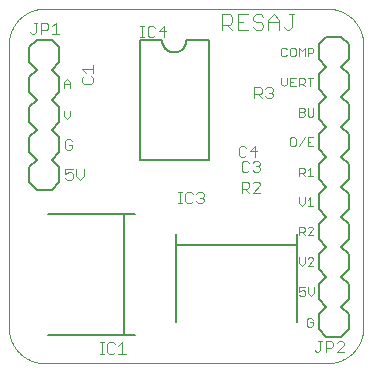
<source format=gto>
G75*
%MOIN*%
%OFA0B0*%
%FSLAX25Y25*%
%IPPOS*%
%LPD*%
%AMOC8*
5,1,8,0,0,1.08239X$1,22.5*
%
%ADD10C,0.00000*%
%ADD11C,0.00400*%
%ADD12C,0.00300*%
%ADD13C,0.00800*%
%ADD14C,0.00600*%
D10*
X0001500Y0013311D02*
X0001500Y0107799D01*
X0001503Y0108084D01*
X0001514Y0108370D01*
X0001531Y0108655D01*
X0001555Y0108939D01*
X0001586Y0109223D01*
X0001624Y0109506D01*
X0001669Y0109787D01*
X0001720Y0110068D01*
X0001778Y0110348D01*
X0001843Y0110626D01*
X0001915Y0110902D01*
X0001993Y0111176D01*
X0002078Y0111449D01*
X0002170Y0111719D01*
X0002268Y0111987D01*
X0002372Y0112253D01*
X0002483Y0112516D01*
X0002600Y0112776D01*
X0002723Y0113034D01*
X0002853Y0113288D01*
X0002989Y0113539D01*
X0003130Y0113787D01*
X0003278Y0114031D01*
X0003431Y0114272D01*
X0003591Y0114508D01*
X0003756Y0114741D01*
X0003926Y0114970D01*
X0004102Y0115195D01*
X0004284Y0115415D01*
X0004470Y0115631D01*
X0004662Y0115842D01*
X0004859Y0116049D01*
X0005061Y0116251D01*
X0005268Y0116448D01*
X0005479Y0116640D01*
X0005695Y0116826D01*
X0005915Y0117008D01*
X0006140Y0117184D01*
X0006369Y0117354D01*
X0006602Y0117519D01*
X0006838Y0117679D01*
X0007079Y0117832D01*
X0007323Y0117980D01*
X0007571Y0118121D01*
X0007822Y0118257D01*
X0008076Y0118387D01*
X0008334Y0118510D01*
X0008594Y0118627D01*
X0008857Y0118738D01*
X0009123Y0118842D01*
X0009391Y0118940D01*
X0009661Y0119032D01*
X0009934Y0119117D01*
X0010208Y0119195D01*
X0010484Y0119267D01*
X0010762Y0119332D01*
X0011042Y0119390D01*
X0011323Y0119441D01*
X0011604Y0119486D01*
X0011887Y0119524D01*
X0012171Y0119555D01*
X0012455Y0119579D01*
X0012740Y0119596D01*
X0013026Y0119607D01*
X0013311Y0119610D01*
X0107799Y0119610D01*
X0108084Y0119607D01*
X0108370Y0119596D01*
X0108655Y0119579D01*
X0108939Y0119555D01*
X0109223Y0119524D01*
X0109506Y0119486D01*
X0109787Y0119441D01*
X0110068Y0119390D01*
X0110348Y0119332D01*
X0110626Y0119267D01*
X0110902Y0119195D01*
X0111176Y0119117D01*
X0111449Y0119032D01*
X0111719Y0118940D01*
X0111987Y0118842D01*
X0112253Y0118738D01*
X0112516Y0118627D01*
X0112776Y0118510D01*
X0113034Y0118387D01*
X0113288Y0118257D01*
X0113539Y0118121D01*
X0113787Y0117980D01*
X0114031Y0117832D01*
X0114272Y0117679D01*
X0114508Y0117519D01*
X0114741Y0117354D01*
X0114970Y0117184D01*
X0115195Y0117008D01*
X0115415Y0116826D01*
X0115631Y0116640D01*
X0115842Y0116448D01*
X0116049Y0116251D01*
X0116251Y0116049D01*
X0116448Y0115842D01*
X0116640Y0115631D01*
X0116826Y0115415D01*
X0117008Y0115195D01*
X0117184Y0114970D01*
X0117354Y0114741D01*
X0117519Y0114508D01*
X0117679Y0114272D01*
X0117832Y0114031D01*
X0117980Y0113787D01*
X0118121Y0113539D01*
X0118257Y0113288D01*
X0118387Y0113034D01*
X0118510Y0112776D01*
X0118627Y0112516D01*
X0118738Y0112253D01*
X0118842Y0111987D01*
X0118940Y0111719D01*
X0119032Y0111449D01*
X0119117Y0111176D01*
X0119195Y0110902D01*
X0119267Y0110626D01*
X0119332Y0110348D01*
X0119390Y0110068D01*
X0119441Y0109787D01*
X0119486Y0109506D01*
X0119524Y0109223D01*
X0119555Y0108939D01*
X0119579Y0108655D01*
X0119596Y0108370D01*
X0119607Y0108084D01*
X0119610Y0107799D01*
X0119610Y0013311D01*
X0119607Y0013026D01*
X0119596Y0012740D01*
X0119579Y0012455D01*
X0119555Y0012171D01*
X0119524Y0011887D01*
X0119486Y0011604D01*
X0119441Y0011323D01*
X0119390Y0011042D01*
X0119332Y0010762D01*
X0119267Y0010484D01*
X0119195Y0010208D01*
X0119117Y0009934D01*
X0119032Y0009661D01*
X0118940Y0009391D01*
X0118842Y0009123D01*
X0118738Y0008857D01*
X0118627Y0008594D01*
X0118510Y0008334D01*
X0118387Y0008076D01*
X0118257Y0007822D01*
X0118121Y0007571D01*
X0117980Y0007323D01*
X0117832Y0007079D01*
X0117679Y0006838D01*
X0117519Y0006602D01*
X0117354Y0006369D01*
X0117184Y0006140D01*
X0117008Y0005915D01*
X0116826Y0005695D01*
X0116640Y0005479D01*
X0116448Y0005268D01*
X0116251Y0005061D01*
X0116049Y0004859D01*
X0115842Y0004662D01*
X0115631Y0004470D01*
X0115415Y0004284D01*
X0115195Y0004102D01*
X0114970Y0003926D01*
X0114741Y0003756D01*
X0114508Y0003591D01*
X0114272Y0003431D01*
X0114031Y0003278D01*
X0113787Y0003130D01*
X0113539Y0002989D01*
X0113288Y0002853D01*
X0113034Y0002723D01*
X0112776Y0002600D01*
X0112516Y0002483D01*
X0112253Y0002372D01*
X0111987Y0002268D01*
X0111719Y0002170D01*
X0111449Y0002078D01*
X0111176Y0001993D01*
X0110902Y0001915D01*
X0110626Y0001843D01*
X0110348Y0001778D01*
X0110068Y0001720D01*
X0109787Y0001669D01*
X0109506Y0001624D01*
X0109223Y0001586D01*
X0108939Y0001555D01*
X0108655Y0001531D01*
X0108370Y0001514D01*
X0108084Y0001503D01*
X0107799Y0001500D01*
X0013311Y0001500D01*
X0013026Y0001503D01*
X0012740Y0001514D01*
X0012455Y0001531D01*
X0012171Y0001555D01*
X0011887Y0001586D01*
X0011604Y0001624D01*
X0011323Y0001669D01*
X0011042Y0001720D01*
X0010762Y0001778D01*
X0010484Y0001843D01*
X0010208Y0001915D01*
X0009934Y0001993D01*
X0009661Y0002078D01*
X0009391Y0002170D01*
X0009123Y0002268D01*
X0008857Y0002372D01*
X0008594Y0002483D01*
X0008334Y0002600D01*
X0008076Y0002723D01*
X0007822Y0002853D01*
X0007571Y0002989D01*
X0007323Y0003130D01*
X0007079Y0003278D01*
X0006838Y0003431D01*
X0006602Y0003591D01*
X0006369Y0003756D01*
X0006140Y0003926D01*
X0005915Y0004102D01*
X0005695Y0004284D01*
X0005479Y0004470D01*
X0005268Y0004662D01*
X0005061Y0004859D01*
X0004859Y0005061D01*
X0004662Y0005268D01*
X0004470Y0005479D01*
X0004284Y0005695D01*
X0004102Y0005915D01*
X0003926Y0006140D01*
X0003756Y0006369D01*
X0003591Y0006602D01*
X0003431Y0006838D01*
X0003278Y0007079D01*
X0003130Y0007323D01*
X0002989Y0007571D01*
X0002853Y0007822D01*
X0002723Y0008076D01*
X0002600Y0008334D01*
X0002483Y0008594D01*
X0002372Y0008857D01*
X0002268Y0009123D01*
X0002170Y0009391D01*
X0002078Y0009661D01*
X0001993Y0009934D01*
X0001915Y0010208D01*
X0001843Y0010484D01*
X0001778Y0010762D01*
X0001720Y0011042D01*
X0001669Y0011323D01*
X0001624Y0011604D01*
X0001586Y0011887D01*
X0001555Y0012171D01*
X0001531Y0012455D01*
X0001514Y0012740D01*
X0001503Y0013026D01*
X0001500Y0013311D01*
D11*
X0009190Y0111350D02*
X0009791Y0111350D01*
X0010391Y0111950D01*
X0010391Y0114953D01*
X0009791Y0114953D02*
X0010992Y0114953D01*
X0012273Y0114953D02*
X0014074Y0114953D01*
X0014675Y0114352D01*
X0014675Y0113151D01*
X0014074Y0112551D01*
X0012273Y0112551D01*
X0012273Y0111350D02*
X0012273Y0114953D01*
X0015956Y0113752D02*
X0017157Y0114953D01*
X0017157Y0111350D01*
X0015956Y0111350D02*
X0018358Y0111350D01*
X0009190Y0111350D02*
X0008590Y0111950D01*
X0045318Y0110298D02*
X0046519Y0110298D01*
X0045919Y0110298D02*
X0045919Y0113902D01*
X0046519Y0113902D02*
X0045318Y0113902D01*
X0047774Y0113301D02*
X0047774Y0110899D01*
X0048374Y0110298D01*
X0049575Y0110298D01*
X0050176Y0110899D01*
X0051457Y0112100D02*
X0053859Y0112100D01*
X0053258Y0110298D02*
X0053258Y0113902D01*
X0051457Y0112100D01*
X0050176Y0113301D02*
X0049575Y0113902D01*
X0048374Y0113902D01*
X0047774Y0113301D01*
X0072566Y0112527D02*
X0072566Y0117731D01*
X0075168Y0117731D01*
X0076036Y0116864D01*
X0076036Y0115129D01*
X0075168Y0114262D01*
X0072566Y0114262D01*
X0074301Y0114262D02*
X0076036Y0112527D01*
X0077723Y0112527D02*
X0081192Y0112527D01*
X0082879Y0113394D02*
X0083746Y0112527D01*
X0085481Y0112527D01*
X0086349Y0113394D01*
X0086349Y0114262D01*
X0085481Y0115129D01*
X0083746Y0115129D01*
X0082879Y0115996D01*
X0082879Y0116864D01*
X0083746Y0117731D01*
X0085481Y0117731D01*
X0086349Y0116864D01*
X0088035Y0115996D02*
X0089770Y0117731D01*
X0091505Y0115996D01*
X0091505Y0112527D01*
X0093192Y0113394D02*
X0094059Y0112527D01*
X0094927Y0112527D01*
X0095794Y0113394D01*
X0095794Y0117731D01*
X0094927Y0117731D02*
X0096661Y0117731D01*
X0091505Y0115129D02*
X0088035Y0115129D01*
X0088035Y0115996D02*
X0088035Y0112527D01*
X0081192Y0117731D02*
X0077723Y0117731D01*
X0077723Y0112527D01*
X0077723Y0115129D02*
X0079457Y0115129D01*
X0104632Y0008867D02*
X0105833Y0008867D01*
X0105232Y0008867D02*
X0105232Y0005864D01*
X0104632Y0005264D01*
X0104031Y0005264D01*
X0103431Y0005864D01*
X0107114Y0005264D02*
X0107114Y0008867D01*
X0108916Y0008867D01*
X0109516Y0008266D01*
X0109516Y0007065D01*
X0108916Y0006465D01*
X0107114Y0006465D01*
X0110797Y0005264D02*
X0113199Y0007666D01*
X0113199Y0008266D01*
X0112599Y0008867D01*
X0111398Y0008867D01*
X0110797Y0008266D01*
X0110797Y0005264D02*
X0113199Y0005264D01*
D12*
X0102804Y0014091D02*
X0102804Y0015059D01*
X0101836Y0015059D01*
X0100869Y0016026D02*
X0100869Y0014091D01*
X0101353Y0013607D01*
X0102320Y0013607D01*
X0102804Y0014091D01*
X0102804Y0016026D02*
X0102320Y0016510D01*
X0101353Y0016510D01*
X0100869Y0016026D01*
X0099767Y0023844D02*
X0098800Y0023844D01*
X0098316Y0024327D01*
X0098316Y0025295D02*
X0099284Y0025779D01*
X0099767Y0025779D01*
X0100251Y0025295D01*
X0100251Y0024327D01*
X0099767Y0023844D01*
X0101263Y0024811D02*
X0102230Y0023844D01*
X0103198Y0024811D01*
X0103198Y0026746D01*
X0101263Y0026746D02*
X0101263Y0024811D01*
X0100251Y0026746D02*
X0098316Y0026746D01*
X0098316Y0025295D01*
X0099087Y0033883D02*
X0100054Y0034851D01*
X0100054Y0036786D01*
X0101066Y0036302D02*
X0101549Y0036786D01*
X0102517Y0036786D01*
X0103001Y0036302D01*
X0103001Y0035818D01*
X0101066Y0033883D01*
X0103001Y0033883D01*
X0099087Y0033883D02*
X0098119Y0034851D01*
X0098119Y0036786D01*
X0098119Y0044119D02*
X0098119Y0047022D01*
X0099570Y0047022D01*
X0100054Y0046538D01*
X0100054Y0045571D01*
X0099570Y0045087D01*
X0098119Y0045087D01*
X0099087Y0045087D02*
X0100054Y0044119D01*
X0101066Y0044119D02*
X0103001Y0046054D01*
X0103001Y0046538D01*
X0102517Y0047022D01*
X0101549Y0047022D01*
X0101066Y0046538D01*
X0101066Y0044119D02*
X0103001Y0044119D01*
X0103001Y0053962D02*
X0101066Y0053962D01*
X0102033Y0053962D02*
X0102033Y0056864D01*
X0101066Y0055897D01*
X0100054Y0056864D02*
X0100054Y0054929D01*
X0099087Y0053962D01*
X0098119Y0054929D01*
X0098119Y0056864D01*
X0098119Y0063804D02*
X0098119Y0066707D01*
X0099570Y0066707D01*
X0100054Y0066223D01*
X0100054Y0065256D01*
X0099570Y0064772D01*
X0098119Y0064772D01*
X0099087Y0064772D02*
X0100054Y0063804D01*
X0101066Y0063804D02*
X0103001Y0063804D01*
X0102033Y0063804D02*
X0102033Y0066707D01*
X0101066Y0065739D01*
X0101066Y0073844D02*
X0103001Y0073844D01*
X0102033Y0075295D02*
X0101066Y0075295D01*
X0101066Y0076746D02*
X0101066Y0073844D01*
X0098119Y0073844D02*
X0100054Y0076746D01*
X0101066Y0076746D02*
X0103001Y0076746D01*
X0097108Y0076262D02*
X0097108Y0074327D01*
X0096624Y0073844D01*
X0095656Y0073844D01*
X0095173Y0074327D01*
X0095173Y0076262D01*
X0095656Y0076746D01*
X0096624Y0076746D01*
X0097108Y0076262D01*
X0098119Y0083686D02*
X0099570Y0083686D01*
X0100054Y0084170D01*
X0100054Y0084654D01*
X0099570Y0085137D01*
X0098119Y0085137D01*
X0098119Y0083686D02*
X0098119Y0086589D01*
X0099570Y0086589D01*
X0100054Y0086105D01*
X0100054Y0085621D01*
X0099570Y0085137D01*
X0101066Y0084170D02*
X0101549Y0083686D01*
X0102517Y0083686D01*
X0103001Y0084170D01*
X0103001Y0086589D01*
X0101066Y0086589D02*
X0101066Y0084170D01*
X0102033Y0093726D02*
X0102033Y0096628D01*
X0101066Y0096628D02*
X0103001Y0096628D01*
X0100054Y0096144D02*
X0100054Y0095177D01*
X0099570Y0094693D01*
X0098119Y0094693D01*
X0098119Y0093726D02*
X0098119Y0096628D01*
X0099570Y0096628D01*
X0100054Y0096144D01*
X0099087Y0094693D02*
X0100054Y0093726D01*
X0097108Y0093726D02*
X0095173Y0093726D01*
X0095173Y0096628D01*
X0097108Y0096628D01*
X0096140Y0095177D02*
X0095173Y0095177D01*
X0094161Y0094693D02*
X0094161Y0096628D01*
X0092226Y0096628D02*
X0092226Y0094693D01*
X0093194Y0093726D01*
X0094161Y0094693D01*
X0089436Y0092945D02*
X0089436Y0092327D01*
X0088819Y0091710D01*
X0089436Y0091093D01*
X0089436Y0090476D01*
X0088819Y0089859D01*
X0087584Y0089859D01*
X0086967Y0090476D01*
X0085753Y0089859D02*
X0084518Y0091093D01*
X0085135Y0091093D02*
X0083284Y0091093D01*
X0083284Y0089859D02*
X0083284Y0093562D01*
X0085135Y0093562D01*
X0085753Y0092945D01*
X0085753Y0091710D01*
X0085135Y0091093D01*
X0086967Y0092945D02*
X0087584Y0093562D01*
X0088819Y0093562D01*
X0089436Y0092945D01*
X0088819Y0091710D02*
X0088201Y0091710D01*
X0092710Y0103765D02*
X0093677Y0103765D01*
X0094161Y0104249D01*
X0095173Y0104249D02*
X0095656Y0103765D01*
X0096624Y0103765D01*
X0097108Y0104249D01*
X0097108Y0106184D01*
X0096624Y0106667D01*
X0095656Y0106667D01*
X0095173Y0106184D01*
X0095173Y0104249D01*
X0094161Y0106184D02*
X0093677Y0106667D01*
X0092710Y0106667D01*
X0092226Y0106184D01*
X0092226Y0104249D01*
X0092710Y0103765D01*
X0098119Y0103765D02*
X0098119Y0106667D01*
X0099087Y0105700D01*
X0100054Y0106667D01*
X0100054Y0103765D01*
X0101066Y0103765D02*
X0101066Y0106667D01*
X0102517Y0106667D01*
X0103001Y0106184D01*
X0103001Y0105216D01*
X0102517Y0104732D01*
X0101066Y0104732D01*
X0083696Y0073971D02*
X0081845Y0072120D01*
X0084314Y0072120D01*
X0083696Y0073971D02*
X0083696Y0070268D01*
X0083368Y0068932D02*
X0084602Y0068932D01*
X0085219Y0068315D01*
X0085219Y0067698D01*
X0084602Y0067080D01*
X0085219Y0066463D01*
X0085219Y0065846D01*
X0084602Y0065229D01*
X0083368Y0065229D01*
X0082750Y0065846D01*
X0081536Y0065846D02*
X0080919Y0065229D01*
X0079684Y0065229D01*
X0079067Y0065846D01*
X0079067Y0068315D01*
X0079684Y0068932D01*
X0080919Y0068932D01*
X0081536Y0068315D01*
X0082750Y0068315D02*
X0083368Y0068932D01*
X0083985Y0067080D02*
X0084602Y0067080D01*
X0080630Y0070885D02*
X0080013Y0070268D01*
X0078779Y0070268D01*
X0078162Y0070885D01*
X0078162Y0073354D01*
X0078779Y0073971D01*
X0080013Y0073971D01*
X0080630Y0073354D01*
X0080919Y0062042D02*
X0079067Y0062042D01*
X0079067Y0058339D01*
X0079067Y0059573D02*
X0080919Y0059573D01*
X0081536Y0060191D01*
X0081536Y0061425D01*
X0080919Y0062042D01*
X0082750Y0061425D02*
X0083368Y0062042D01*
X0084602Y0062042D01*
X0085219Y0061425D01*
X0085219Y0060808D01*
X0082750Y0058339D01*
X0085219Y0058339D01*
X0081536Y0058339D02*
X0080302Y0059573D01*
X0066458Y0057945D02*
X0066458Y0057327D01*
X0065841Y0056710D01*
X0066458Y0056093D01*
X0066458Y0055476D01*
X0065841Y0054859D01*
X0064607Y0054859D01*
X0063989Y0055476D01*
X0062775Y0055476D02*
X0062158Y0054859D01*
X0060923Y0054859D01*
X0060306Y0055476D01*
X0060306Y0057945D01*
X0060923Y0058562D01*
X0062158Y0058562D01*
X0062775Y0057945D01*
X0063989Y0057945D02*
X0064607Y0058562D01*
X0065841Y0058562D01*
X0066458Y0057945D01*
X0065841Y0056710D02*
X0065224Y0056710D01*
X0059085Y0054859D02*
X0057851Y0054859D01*
X0058468Y0054859D02*
X0058468Y0058562D01*
X0057851Y0058562D02*
X0059085Y0058562D01*
X0026503Y0063908D02*
X0026503Y0066377D01*
X0026503Y0063908D02*
X0025268Y0062674D01*
X0024034Y0063908D01*
X0024034Y0066377D01*
X0022820Y0066377D02*
X0020351Y0066377D01*
X0020351Y0064525D01*
X0021585Y0065142D01*
X0022202Y0065142D01*
X0022820Y0064525D01*
X0022820Y0063291D01*
X0022202Y0062674D01*
X0020968Y0062674D01*
X0020351Y0063291D01*
X0020771Y0072516D02*
X0022006Y0072516D01*
X0022623Y0073133D01*
X0022623Y0074368D01*
X0021388Y0074368D01*
X0020154Y0075602D02*
X0020154Y0073133D01*
X0020771Y0072516D01*
X0020154Y0075602D02*
X0020771Y0076219D01*
X0022006Y0076219D01*
X0022623Y0075602D01*
X0020925Y0082752D02*
X0021892Y0083720D01*
X0021892Y0085655D01*
X0019957Y0085655D02*
X0019957Y0083720D01*
X0020925Y0082752D01*
X0021892Y0093185D02*
X0021892Y0095120D01*
X0020925Y0096088D01*
X0019957Y0095120D01*
X0019957Y0093185D01*
X0019957Y0094637D02*
X0021892Y0094637D01*
X0025855Y0095240D02*
X0026473Y0094622D01*
X0028941Y0094622D01*
X0029559Y0095240D01*
X0029559Y0096474D01*
X0028941Y0097091D01*
X0029559Y0098306D02*
X0029559Y0100774D01*
X0029559Y0099540D02*
X0025855Y0099540D01*
X0027090Y0098306D01*
X0026473Y0097091D02*
X0025855Y0096474D01*
X0025855Y0095240D01*
X0031887Y0008381D02*
X0033122Y0008381D01*
X0032505Y0008381D02*
X0032505Y0004678D01*
X0033122Y0004678D02*
X0031887Y0004678D01*
X0034343Y0005295D02*
X0034960Y0004678D01*
X0036194Y0004678D01*
X0036812Y0005295D01*
X0038026Y0004678D02*
X0040495Y0004678D01*
X0039260Y0004678D02*
X0039260Y0008381D01*
X0038026Y0007146D01*
X0036812Y0007764D02*
X0036194Y0008381D01*
X0034960Y0008381D01*
X0034343Y0007764D01*
X0034343Y0005295D01*
D13*
X0039984Y0010791D02*
X0039984Y0051264D01*
X0043626Y0051264D01*
X0039984Y0051264D02*
X0014492Y0051264D01*
X0015811Y0059295D02*
X0010811Y0059295D01*
X0008311Y0061795D01*
X0008311Y0066795D01*
X0010811Y0069295D01*
X0008311Y0071795D01*
X0008311Y0076795D01*
X0010811Y0079295D01*
X0008311Y0081795D01*
X0008311Y0086795D01*
X0010811Y0089295D01*
X0008311Y0091795D01*
X0008311Y0096795D01*
X0010811Y0099295D01*
X0008311Y0101795D01*
X0008311Y0106795D01*
X0010811Y0109295D01*
X0015811Y0109295D01*
X0018311Y0106795D01*
X0018311Y0101795D01*
X0015811Y0099295D01*
X0018311Y0096795D01*
X0018311Y0091795D01*
X0015811Y0089295D01*
X0018311Y0086795D01*
X0018311Y0081795D01*
X0015811Y0079295D01*
X0018311Y0076795D01*
X0018311Y0071795D01*
X0015811Y0069295D01*
X0018311Y0066795D01*
X0018311Y0061795D01*
X0015811Y0059295D01*
X0057051Y0044413D02*
X0057051Y0040772D01*
X0057051Y0015280D01*
X0043626Y0010791D02*
X0039984Y0010791D01*
X0014492Y0010791D01*
X0057051Y0040772D02*
X0097524Y0040772D01*
X0097524Y0015280D01*
X0104768Y0012780D02*
X0104768Y0017780D01*
X0107268Y0020280D01*
X0104768Y0022780D01*
X0104768Y0027780D01*
X0107268Y0030280D01*
X0104768Y0032780D01*
X0104768Y0037780D01*
X0107268Y0040280D01*
X0104768Y0042780D01*
X0104768Y0047780D01*
X0107268Y0050280D01*
X0104768Y0052780D01*
X0104768Y0057780D01*
X0107268Y0060280D01*
X0104768Y0062780D01*
X0104768Y0067780D01*
X0107268Y0070280D01*
X0104768Y0072780D01*
X0104768Y0077780D01*
X0107268Y0080280D01*
X0104768Y0082780D01*
X0104768Y0087780D01*
X0107268Y0090280D01*
X0104768Y0092780D01*
X0104768Y0097780D01*
X0107268Y0100280D01*
X0104768Y0102780D01*
X0104768Y0107780D01*
X0107268Y0110280D01*
X0112268Y0110280D01*
X0114768Y0107780D01*
X0114768Y0102780D01*
X0112268Y0100280D01*
X0114768Y0097780D01*
X0114768Y0092780D01*
X0112268Y0090280D01*
X0114768Y0087780D01*
X0114768Y0082780D01*
X0112268Y0080280D01*
X0114768Y0077780D01*
X0114768Y0072780D01*
X0112268Y0070280D01*
X0114768Y0067780D01*
X0114768Y0062780D01*
X0112268Y0060280D01*
X0114768Y0057780D01*
X0114768Y0052780D01*
X0112268Y0050280D01*
X0114768Y0047780D01*
X0114768Y0042780D01*
X0112268Y0040280D01*
X0114768Y0037780D01*
X0114768Y0032780D01*
X0112268Y0030280D01*
X0114768Y0027780D01*
X0114768Y0022780D01*
X0112268Y0020280D01*
X0114768Y0017780D01*
X0114768Y0012780D01*
X0112268Y0010280D01*
X0107268Y0010280D01*
X0104768Y0012780D01*
X0097524Y0040772D02*
X0097524Y0044413D01*
D14*
X0068118Y0069098D02*
X0045118Y0069098D01*
X0045118Y0109098D01*
X0052618Y0109098D01*
X0052620Y0108972D01*
X0052626Y0108847D01*
X0052636Y0108722D01*
X0052650Y0108597D01*
X0052667Y0108472D01*
X0052689Y0108348D01*
X0052714Y0108225D01*
X0052744Y0108103D01*
X0052777Y0107982D01*
X0052814Y0107862D01*
X0052854Y0107743D01*
X0052899Y0107626D01*
X0052947Y0107509D01*
X0052999Y0107395D01*
X0053054Y0107282D01*
X0053113Y0107171D01*
X0053175Y0107062D01*
X0053241Y0106955D01*
X0053310Y0106850D01*
X0053382Y0106747D01*
X0053457Y0106646D01*
X0053536Y0106548D01*
X0053618Y0106453D01*
X0053702Y0106360D01*
X0053790Y0106270D01*
X0053880Y0106182D01*
X0053973Y0106098D01*
X0054068Y0106016D01*
X0054166Y0105937D01*
X0054267Y0105862D01*
X0054370Y0105790D01*
X0054475Y0105721D01*
X0054582Y0105655D01*
X0054691Y0105593D01*
X0054802Y0105534D01*
X0054915Y0105479D01*
X0055029Y0105427D01*
X0055146Y0105379D01*
X0055263Y0105334D01*
X0055382Y0105294D01*
X0055502Y0105257D01*
X0055623Y0105224D01*
X0055745Y0105194D01*
X0055868Y0105169D01*
X0055992Y0105147D01*
X0056117Y0105130D01*
X0056242Y0105116D01*
X0056367Y0105106D01*
X0056492Y0105100D01*
X0056618Y0105098D01*
X0056744Y0105100D01*
X0056869Y0105106D01*
X0056994Y0105116D01*
X0057119Y0105130D01*
X0057244Y0105147D01*
X0057368Y0105169D01*
X0057491Y0105194D01*
X0057613Y0105224D01*
X0057734Y0105257D01*
X0057854Y0105294D01*
X0057973Y0105334D01*
X0058090Y0105379D01*
X0058207Y0105427D01*
X0058321Y0105479D01*
X0058434Y0105534D01*
X0058545Y0105593D01*
X0058654Y0105655D01*
X0058761Y0105721D01*
X0058866Y0105790D01*
X0058969Y0105862D01*
X0059070Y0105937D01*
X0059168Y0106016D01*
X0059263Y0106098D01*
X0059356Y0106182D01*
X0059446Y0106270D01*
X0059534Y0106360D01*
X0059618Y0106453D01*
X0059700Y0106548D01*
X0059779Y0106646D01*
X0059854Y0106747D01*
X0059926Y0106850D01*
X0059995Y0106955D01*
X0060061Y0107062D01*
X0060123Y0107171D01*
X0060182Y0107282D01*
X0060237Y0107395D01*
X0060289Y0107509D01*
X0060337Y0107626D01*
X0060382Y0107743D01*
X0060422Y0107862D01*
X0060459Y0107982D01*
X0060492Y0108103D01*
X0060522Y0108225D01*
X0060547Y0108348D01*
X0060569Y0108472D01*
X0060586Y0108597D01*
X0060600Y0108722D01*
X0060610Y0108847D01*
X0060616Y0108972D01*
X0060618Y0109098D01*
X0068118Y0109098D01*
X0068118Y0069098D01*
M02*

</source>
